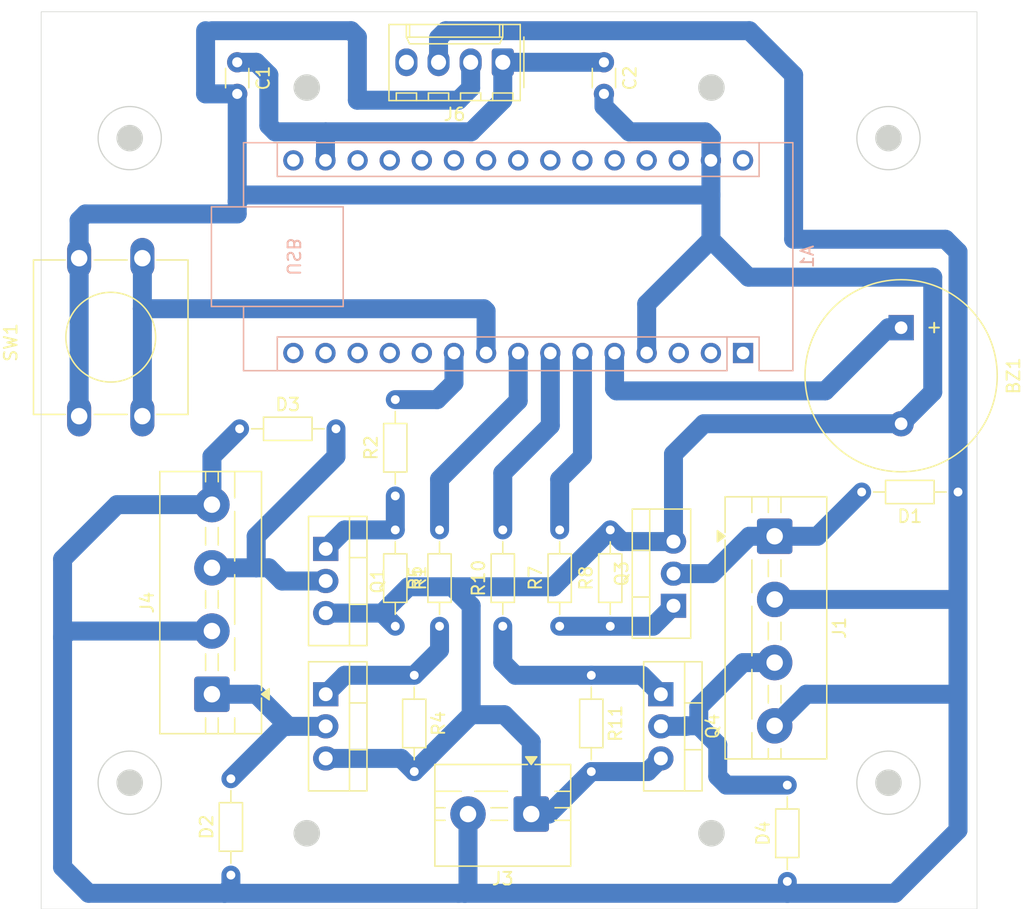
<source format=kicad_pcb>
(kicad_pcb (version 20241229) (generator "pcbnew") (generator_version "9.0")
  (layers (0 "F.Cu" signal) (2 "B.Cu" signal) (13 "F.Paste" user) (15 "B.Paste" user) (5 "F.SilkS" user "F.Silkscreen") (7 "B.SilkS" user "B.Silkscreen") (1 "F.Mask" user) (3 "B.Mask" user) (25 "Edge.Cuts" user))
  (net 0 "")
  (net 7 "Net-(A1-D6)")
  (net 11 "Net-(A1-D4)")
  (net 13 "Net-(A1-D7)")
  (net 19 "Net-(A1-D5)")
  (net 21 "/GND")
  (net 24 "Net-(A1-D2)")
  (net 26 "/+3.3V")
  (net 29 "Net-(A1-D3)")
  (net 30 "/+48V")
  (net 31 "Net-(D2-A)")
  (net 32 "Net-(D3-A)")
  (net 33 "Net-(Q1-G)")
  (net 34 "Net-(Q2-G)")
  (net 35 "Net-(Q3-G)")
  (net 36 "Net-(Q4-G)")
  (net 37 "Net-(D1-A)")
  (net 38 "Net-(D4-A)")
  (footprint "Resistor_THT:R_Axial_DIN0204_L3.6mm_D1.6mm_P7.62mm_Horizontal" (layer "F.Cu") (at 54 72.5 -90)
    (property "Reference" "R4" (at 3.81 -1.92 90) (layer "F.SilkS"))
    (property "Value" "10K")
    (fp_line (start 0.94 0) (end 1.89 0) (stroke (width 0.12)) (layer "F.SilkS"))
    (fp_line (start 6.68 0) (end 5.73 0) (stroke (width 0.12)) (layer "F.SilkS"))
    (fp_rect (start 1.89 -0.92) (end 5.73 0.92) (stroke (width 0.12)) (fill no) (layer "F.SilkS"))
    (pad "1" thru_hole circle (at 0 0 270) (size 1.4 1.4) (drill 0.7) (layers "*.Cu" "*.Mask") (net 34 "Net-(Q2-G)"))
    (pad "2" thru_hole circle (at 7.62 0 270) (size 1.4 1.4) (drill 0.7) (layers "*.Cu" "*.Mask") (net 21 "/GND"))
  )
  (footprint "TerminalBlock:TerminalBlock_MaiXu_MX126-5.0-04P_1x04_P5.00mm" (layer "F.Cu") (at 38 74 90)
    (property "Reference" "J4" (at 7.25 -5.12 90) (layer "F.SilkS"))
    (property "Value" "Conn_01x04")
    (fp_line (start 17.62 -4.12) (end 17.62 3.92) (stroke (width 0.12)) (layer "F.SilkS"))
    (fp_line (start -3.12 -4.12) (end 17.62 -4.12) (stroke (width 0.12)) (layer "F.SilkS"))
    (fp_line (start 16.812 -0.5) (end 17.62 -0.5) (stroke (width 0.12)) (layer "F.SilkS"))
    (fp_line (start 11.812 -0.5) (end 13.188 -0.5) (stroke (width 0.12)) (layer "F.SilkS"))
    (fp_line (start 6.812 -0.5) (end 8.188 -0.5) (stroke (width 0.12)) (layer "F.SilkS"))
    (fp_line (start 1.88 -0.5) (end 3.188 -0.5) (stroke (width 0.12)) (layer "F.SilkS"))
    (fp_line (start -3.12 -0.5) (end -1.88 -0.5) (stroke (width 0.12)) (layer "F.SilkS"))
    (fp_line (start 16.812 0.5) (end 17.62 0.5) (stroke (width 0.12)) (layer "F.SilkS"))
    (fp_line (start 11.812 0.5) (end 13.188 0.5) (stroke (width 0.12)) (layer "F.SilkS"))
    (fp_line (start 6.812 0.5) (end 8.188 0.5) (stroke (width 0.12)) (layer "F.SilkS"))
    (fp_line (start 1.88 0.5) (end 3.188 0.5) (stroke (width 0.12)) (layer "F.SilkS"))
    (fp_line (start -3.12 0.5) (end -1.88 0.5) (stroke (width 0.12)) (layer "F.SilkS"))
    (fp_line (start 15.543 1.8) (end 17.62 1.8) (stroke (width 0.12)) (layer "F.SilkS"))
    (fp_line (start 10.543 1.8) (end 14.457 1.8) (stroke (width 0.12)) (layer "F.SilkS"))
    (fp_line (start 5.543 1.8) (end 9.457 1.8) (stroke (width 0.12)) (layer "F.SilkS"))
    (fp_line (start 1.88 1.8) (end 4.457 1.8) (stroke (width 0.12)) (layer "F.SilkS"))
    (fp_line (start -3.12 1.8) (end -1.88 1.8) (stroke (width 0.12)) (layer "F.SilkS"))
    (fp_line (start 17.62 3.92) (end 0.3 3.92) (stroke (width 0.12)) (layer "F.SilkS"))
    (fp_line (start -0.3 3.92) (end -3.12 3.92) (stroke (width 0.12)) (layer "F.SilkS"))
    (fp_line (start -3.12 3.92) (end -3.12 -4.12) (stroke (width 0.12)) (layer "F.SilkS"))
    (fp_poly (pts (xy 0 3.92) (xy 0.44 4.53) (xy -0.44 4.53)) (stroke (width 0.12)) (fill yes) (layer "F.SilkS"))
    (pad "1" thru_hole roundrect (at 0 0 90) (size 2.8 2.8) (drill 1.3) (layers "*.Cu" "*.Mask") (roundrect_rratio 0.089286) (net 31 "Net-(D2-A)"))
    (pad "2" thru_hole circle (at 5 0 90) (size 2.8 2.8) (drill 1.3) (layers "*.Cu" "*.Mask") (net 30 "/+48V"))
    (pad "3" thru_hole circle (at 10 0 90) (size 2.8 2.8) (drill 1.3) (layers "*.Cu" "*.Mask") (net 32 "Net-(D3-A)"))
    (pad "4" thru_hole circle (at 15 0 90) (size 2.8 2.8) (drill 1.3) (layers "*.Cu" "*.Mask") (net 30 "/+48V"))
  )
  (footprint "Resistor_THT:R_Axial_DIN0204_L3.6mm_D1.6mm_P7.62mm_Horizontal" (layer "F.Cu") (at 97 58 180)
    (property "Reference" "D1" (at 3.81 -1.92 0) (layer "F.SilkS"))
    (property "Value" "D")
    (fp_line (start 6.68 0) (end 5.73 0) (stroke (width 0.12)) (layer "F.SilkS"))
    (fp_line (start 0.94 0) (end 1.89 0) (stroke (width 0.12)) (layer "F.SilkS"))
    (fp_rect (start 1.89 -0.92) (end 5.73 0.92) (stroke (width 0.12)) (fill no) (layer "F.SilkS"))
    (pad "1" thru_hole circle (at 0 0 180) (size 1.4 1.4) (drill 0.7) (layers "*.Cu" "*.Mask") (net 30 "/+48V"))
    (pad "2" thru_hole circle (at 7.62 0 180) (size 1.4 1.4) (drill 0.7) (layers "*.Cu" "*.Mask") (net 37 "Net-(D1-A)"))
  )
  (footprint "Resistor_THT:R_Axial_DIN0204_L3.6mm_D1.6mm_P7.62mm_Horizontal" (layer "F.Cu") (at 56 68.62 90)
    (property "Reference" "R5" (at 3.81 -1.92 90) (layer "F.SilkS"))
    (property "Value" "100ohm")
    (fp_line (start 6.68 0) (end 5.73 0) (stroke (width 0.12)) (layer "F.SilkS"))
    (fp_line (start 0.94 0) (end 1.89 0) (stroke (width 0.12)) (layer "F.SilkS"))
    (fp_rect (start 1.89 -0.92) (end 5.73 0.92) (stroke (width 0.12)) (fill no) (layer "F.SilkS"))
    (pad "1" thru_hole circle (at 0 0 90) (size 1.4 1.4) (drill 0.7) (layers "*.Cu" "*.Mask") (net 34 "Net-(Q2-G)"))
    (pad "2" thru_hole circle (at 7.62 0 90) (size 1.4 1.4) (drill 0.7) (layers "*.Cu" "*.Mask") (net 19 "Net-(A1-D5)"))
  )
  (footprint "Connector_Molex:Molex_KK-254_AE-6410-04A_1x04_P2.54mm_Vertical" (layer "F.Cu") (at 61 24 180)
    (property "Reference" "J6" (at 3.81 -4.12 0) (layer "F.SilkS"))
    (property "Value" "Conn_01x04")
    (fp_line (start 9 2.99) (end 9 -3.03) (stroke (width 0.12)) (layer "F.SilkS"))
    (fp_line (start 9 -3.03) (end -1.38 -3.03) (stroke (width 0.12)) (layer "F.SilkS"))
    (fp_line (start 8.42 -2.43) (end 8.42 -3.03) (stroke (width 0.12)) (layer "F.SilkS"))
    (fp_line (start 7.62 1.99) (end 7.62 2.99) (stroke (width 0.12)) (layer "F.SilkS"))
    (fp_line (start 7.37 2.99) (end 7.37 1.99) (stroke (width 0.12)) (layer "F.SilkS"))
    (fp_line (start 7.37 1.46) (end 7.62 1.99) (stroke (width 0.12)) (layer "F.SilkS"))
    (fp_line (start 6.82 -2.43) (end 8.42 -2.43) (stroke (width 0.12)) (layer "F.SilkS"))
    (fp_line (start 6.82 -3.03) (end 6.82 -2.43) (stroke (width 0.12)) (layer "F.SilkS"))
    (fp_line (start 5.88 -2.43) (end 5.88 -3.03) (stroke (width 0.12)) (layer "F.SilkS"))
    (fp_line (start 4.28 -2.43) (end 5.88 -2.43) (stroke (width 0.12)) (layer "F.SilkS"))
    (fp_line (start 4.28 -3.03) (end 4.28 -2.43) (stroke (width 0.12)) (layer "F.SilkS"))
    (fp_line (start 3.34 -2.43) (end 3.34 -3.03) (stroke (width 0.12)) (layer "F.SilkS"))
    (fp_line (start 1.74 -2.43) (end 3.34 -2.43) (stroke (width 0.12)) (layer "F.SilkS"))
    (fp_line (start 1.74 -3.03) (end 1.74 -2.43) (stroke (width 0.12)) (layer "F.SilkS"))
    (fp_line (start 0.8 -2.43) (end 0.8 -3.03) (stroke (width 0.12)) (layer "F.SilkS"))
    (fp_line (start 0.25 2.99) (end 0.25 1.99) (stroke (width 0.12)) (layer "F.SilkS"))
    (fp_line (start 0.25 1.46) (end 7.37 1.46) (stroke (width 0.12)) (layer "F.SilkS"))
    (fp_line (start 0 2.99) (end 0 1.99) (stroke (width 0.12)) (layer "F.SilkS"))
    (fp_line (start 0 1.99) (end 7.62 1.99) (stroke (width 0.12)) (layer "F.SilkS"))
    (fp_line (start 0 1.99) (end 0.25 1.46) (stroke (width 0.12)) (layer "F.SilkS"))
    (fp_line (start -0.8 -2.43) (end 0.8 -2.43) (stroke (width 0.12)) (layer "F.SilkS"))
    (fp_line (start -0.8 -3.03) (end -0.8 -2.43) (stroke (width 0.12)) (layer "F.SilkS"))
    (fp_line (start -1.38 2.99) (end 9 2.99) (stroke (width 0.12)) (layer "F.SilkS"))
    (fp_line (start -1.38 -3.03) (end -1.38 2.99) (stroke (width 0.12)) (layer "F.SilkS"))
    (fp_line (start -1.67 -2) (end -1.67 2) (stroke (width 0.12)) (layer "F.SilkS"))
    (pad "1" thru_hole roundrect (at 0 0 180) (size 1.74 2.19) (drill 1.19) (layers "*.Cu" "*.Mask") (roundrect_rratio 0.143678) (net 26 "/+3.3V"))
    (pad "2" thru_hole oval (at 2.54 0 180) (size 1.74 2.19) (drill 1.19) (layers "*.Cu" "*.Mask") (net 21 "/GND"))
    (pad "3" thru_hole oval (at 5.08 0 180) (size 1.74 2.19) (drill 1.19) (layers "*.Cu" "*.Mask") (net 30 "/+48V"))
    (pad "4" thru_hole oval (at 7.62 0 180) (size 1.74 2.19) (drill 1.19) (layers "*.Cu" "*.Mask"))
  )
  (footprint "Package_TO_SOT_THT:TO-220-3_Vertical" (layer "F.Cu") (at 47 74 -90)
    (property "Reference" "Q2" (hide yes))
    (property "Value" "IRLB8721PBF")
    (fp_line (start -2.57 1.36) (end -2.57 -3.26) (stroke (width 0.12)) (layer "F.SilkS"))
    (fp_line (start 7.65 1.36) (end -2.57 1.36) (stroke (width 0.12)) (layer "F.SilkS"))
    (fp_line (start -2.57 -1.88) (end 7.65 -1.88) (stroke (width 0.12)) (layer "F.SilkS"))
    (fp_line (start -2.57 -3.26) (end 7.65 -3.26) (stroke (width 0.12)) (layer "F.SilkS"))
    (fp_line (start 0.69 -3.26) (end 0.69 -1.88) (stroke (width 0.12)) (layer "F.SilkS"))
    (fp_line (start 4.39 -3.26) (end 4.39 -1.88) (stroke (width 0.12)) (layer "F.SilkS"))
    (fp_line (start 7.65 -3.26) (end 7.65 1.36) (stroke (width 0.12)) (layer "F.SilkS"))
    (pad "1" thru_hole rect (at 0 0 270) (size 1.905 2) (drill 1.1) (layers "*.Cu" "*.Mask") (net 34 "Net-(Q2-G)"))
    (pad "2" thru_hole oval (at 2.54 0 270) (size 1.905 2) (drill 1.1) (layers "*.Cu" "*.Mask") (net 31 "Net-(D2-A)"))
    (pad "3" thru_hole oval (at 5.08 0 270) (size 1.905 2) (drill 1.1) (layers "*.Cu" "*.Mask") (net 21 "/GND"))
  )
  (footprint "Resistor_THT:R_Axial_DIN0204_L3.6mm_D1.6mm_P7.62mm_Horizontal" (layer "F.Cu") (at 83.5 88.81 90)
    (property "Reference" "D4" (at 3.81 -1.92 90) (layer "F.SilkS"))
    (property "Value" "D")
    (fp_line (start 6.68 0) (end 5.73 0) (stroke (width 0.12)) (layer "F.SilkS"))
    (fp_line (start 0.94 0) (end 1.89 0) (stroke (width 0.12)) (layer "F.SilkS"))
    (fp_rect (start 1.89 -0.92) (end 5.73 0.92) (stroke (width 0.12)) (fill no) (layer "F.SilkS"))
    (pad "1" thru_hole circle (at 0 0 90) (size 1.4 1.4) (drill 0.7) (layers "*.Cu" "*.Mask") (net 30 "/+48V"))
    (pad "2" thru_hole circle (at 7.62 0 90) (size 1.4 1.4) (drill 0.7) (layers "*.Cu" "*.Mask") (net 38 "Net-(D4-A)"))
  )
  (footprint "TerminalBlock:TerminalBlock_MaiXu_MX126-5.0-02P_1x02_P5.00mm" (layer "F.Cu") (at 63.25 83.48 180)
    (property "Reference" "J3" (at 2.25 -5.12 180) (layer "F.SilkS"))
    (property "Value" "Conn_01x02")
    (fp_line (start 7.62 3.92) (end 0.3 3.92) (stroke (width 0.12)) (layer "F.SilkS"))
    (fp_line (start 7.62 -4.12) (end 7.62 3.92) (stroke (width 0.12)) (layer "F.SilkS"))
    (fp_line (start 6.812 0.5) (end 7.62 0.5) (stroke (width 0.12)) (layer "F.SilkS"))
    (fp_line (start 6.812 -0.5) (end 7.62 -0.5) (stroke (width 0.12)) (layer "F.SilkS"))
    (fp_line (start 5.543 1.8) (end 7.62 1.8) (stroke (width 0.12)) (layer "F.SilkS"))
    (fp_line (start 1.88 1.8) (end 4.457 1.8) (stroke (width 0.12)) (layer "F.SilkS"))
    (fp_line (start 1.88 0.5) (end 3.188 0.5) (stroke (width 0.12)) (layer "F.SilkS"))
    (fp_line (start 1.88 -0.5) (end 3.188 -0.5) (stroke (width 0.12)) (layer "F.SilkS"))
    (fp_line (start -0.3 3.92) (end -3.12 3.92) (stroke (width 0.12)) (layer "F.SilkS"))
    (fp_line (start -3.12 3.92) (end -3.12 -4.12) (stroke (width 0.12)) (layer "F.SilkS"))
    (fp_line (start -3.12 1.8) (end -1.88 1.8) (stroke (width 0.12)) (layer "F.SilkS"))
    (fp_line (start -3.12 0.5) (end -1.88 0.5) (stroke (width 0.12)) (layer "F.SilkS"))
    (fp_line (start -3.12 -0.5) (end -1.88 -0.5) (stroke (width 0.12)) (layer "F.SilkS"))
    (fp_line (start -3.12 -4.12) (end 7.62 -4.12) (stroke (width 0.12)) (layer "F.SilkS"))
    (fp_poly (pts (xy 0 3.92) (xy 0.44 4.53) (xy -0.44 4.53)) (stroke (width 0.12)) (fill yes) (layer "F.SilkS"))
    (pad "1" thru_hole roundrect (at 0 0 180) (size 2.8 2.8) (drill 1.3) (layers "*.Cu" "*.Mask") (roundrect_rratio 0.089286) (net 21 "/GND"))
    (pad "2" thru_hole circle (at 5 0 180) (size 2.8 2.8) (drill 1.3) (layers "*.Cu" "*.Mask") (net 30 "/+48V"))
  )
  (footprint "Resistor_THT:R_Axial_DIN0204_L3.6mm_D1.6mm_P7.62mm_Horizontal" (layer "F.Cu") (at 65.5 68.62 90)
    (property "Reference" "R7" (at 3.81 -1.92 90) (layer "F.SilkS"))
    (property "Value" "100ohm")
    (fp_line (start 6.68 0) (end 5.73 0) (stroke (width 0.12)) (layer "F.SilkS"))
    (fp_line (start 0.94 0) (end 1.89 0) (stroke (width 0.12)) (layer "F.SilkS"))
    (fp_rect (start 1.89 -0.92) (end 5.73 0.92) (stroke (width 0.12)) (fill no) (layer "F.SilkS"))
    (pad "1" thru_hole circle (at 0 0 90) (size 1.4 1.4) (drill 0.7) (layers "*.Cu" "*.Mask") (net 35 "Net-(Q3-G)"))
    (pad "2" thru_hole circle (at 7.62 0 90) (size 1.4 1.4) (drill 0.7) (layers "*.Cu" "*.Mask") (net 29 "Net-(A1-D3)"))
  )
  (footprint "Resistor_THT:R_Axial_DIN0204_L3.6mm_D1.6mm_P7.62mm_Horizontal" (layer "F.Cu") (at 52.5 58.31 90)
    (property "Reference" "R2" (at 3.81 -1.92 90) (layer "F.SilkS"))
    (property "Value" "100ohm")
    (fp_line (start 6.68 0) (end 5.73 0) (stroke (width 0.12)) (layer "F.SilkS"))
    (fp_line (start 0.94 0) (end 1.89 0) (stroke (width 0.12)) (layer "F.SilkS"))
    (fp_rect (start 1.89 -0.92) (end 5.73 0.92) (stroke (width 0.12)) (fill no) (layer "F.SilkS"))
    (pad "1" thru_hole circle (at 0 0 90) (size 1.4 1.4) (drill 0.7) (layers "*.Cu" "*.Mask") (net 33 "Net-(Q1-G)"))
    (pad "2" thru_hole circle (at 7.62 0 90) (size 1.4 1.4) (drill 0.7) (layers "*.Cu" "*.Mask") (net 13 "Net-(A1-D7)"))
  )
  (footprint "Capacitor_THT:C_Disc_D3.0mm_W1.6mm_P2.50mm" (layer "F.Cu") (at 40 24 -90)
    (property "Reference" "C1" (at 1.25 -2.05 90) (layer "F.SilkS"))
    (property "Value" "100nF")
    (fp_line (start 2.015 0.92) (end 0.485 0.92) (stroke (width 0.12)) (layer "F.SilkS"))
    (fp_line (start 0.485 -0.92) (end 2.015 -0.92) (stroke (width 0.12)) (layer "F.SilkS"))
    (pad "1" thru_hole circle (at 0 0 270) (size 1.6 1.6) (drill 0.8) (layers "*.Cu" "*.Mask") (net 26 "/+3.3V"))
    (pad "2" thru_hole circle (at 2.5 0 270) (size 1.6 1.6) (drill 0.8) (layers "*.Cu" "*.Mask") (net 21 "/GND"))
  )
  (footprint "Package_TO_SOT_THT:TO-220-3_Vertical" (layer "F.Cu") (at 73.5 74 -90)
    (property "Reference" "Q4" (at 2.54 -4.1 90) (layer "F.SilkS"))
    (property "Value" "IRLB8721PBF")
    (fp_line (start -2.57 1.36) (end -2.57 -3.26) (stroke (width 0.12)) (layer "F.SilkS"))
    (fp_line (start 7.65 1.36) (end -2.57 1.36) (stroke (width 0.12)) (layer "F.SilkS"))
    (fp_line (start -2.57 -1.88) (end 7.65 -1.88) (stroke (width 0.12)) (layer "F.SilkS"))
    (fp_line (start -2.57 -3.26) (end 7.65 -3.26) (stroke (width 0.12)) (layer "F.SilkS"))
    (fp_line (start 0.69 -3.26) (end 0.69 -1.88) (stroke (width 0.12)) (layer "F.SilkS"))
    (fp_line (start 4.39 -3.26) (end 4.39 -1.88) (stroke (width 0.12)) (layer "F.SilkS"))
    (fp_line (start 7.65 -3.26) (end 7.65 1.36) (stroke (width 0.12)) (layer "F.SilkS"))
    (pad "1" thru_hole rect (at 0 0 270) (size 1.905 2) (drill 1.1) (layers "*.Cu" "*.Mask") (net 36 "Net-(Q4-G)"))
    (pad "2" thru_hole oval (at 2.54 0 270) (size 1.905 2) (drill 1.1) (layers "*.Cu" "*.Mask") (net 38 "Net-(D4-A)"))
    (pad "3" thru_hole oval (at 5.08 0 270) (size 1.905 2) (drill 1.1) (layers "*.Cu" "*.Mask") (net 21 "/GND"))
  )
  (footprint "Button_Switch_THT:SW_PUSH-12mm" (layer "F.Cu") (at 27.5 52 90)
    (property "Reference" "SW1" (at 5.83 -5.41 90) (layer "F.SilkS"))
    (property "Value" "SW_Push")
    (fp_line (start 12.36 -3.61) (end 12.36 -1.1) (stroke (width 0.12)) (layer "F.SilkS"))
    (fp_line (start 0.14 -3.61) (end 12.36 -3.61) (stroke (width 0.12)) (layer "F.SilkS"))
    (fp_line (start 0.14 -3.61) (end 0.14 -1.1) (stroke (width 0.12)) (layer "F.SilkS"))
    (fp_line (start 12.36 1.2) (end 12.36 3.8) (stroke (width 0.12)) (layer "F.SilkS"))
    (fp_line (start 0.14 1.2) (end 0.14 3.8) (stroke (width 0.12)) (layer "F.SilkS"))
    (fp_line (start 12.36 6.1) (end 12.36 8.61) (stroke (width 0.12)) (layer "F.SilkS"))
    (fp_line (start 0.14 6.1) (end 0.14 8.61) (stroke (width 0.12)) (layer "F.SilkS"))
    (fp_line (start 12.36 8.61) (end 0.14 8.61) (stroke (width 0.12)) (layer "F.SilkS"))
    (fp_circle (center 6.25 2.5) (end 9.8 2.5) (stroke (width 0.12)) (fill no) (layer "F.SilkS"))
    (pad "1" thru_hole oval (at 0 0 90) (size 3.2 1.9) (drill 1.3) (layers "*.Cu" "*.Mask") (net 21 "/GND"))
    (pad "1" thru_hole oval (at 12.5 0 90) (size 3.2 1.9) (drill 1.3) (layers "*.Cu" "*.Mask") (net 21 "/GND"))
    (pad "2" thru_hole oval (at 0 5 90) (size 3.2 1.9) (drill 1.3) (layers "*.Cu" "*.Mask") (net 7 "Net-(A1-D6)"))
    (pad "2" thru_hole oval (at 12.5 5 90) (size 3.2 1.9) (drill 1.3) (layers "*.Cu" "*.Mask") (net 7 "Net-(A1-D6)"))
  )
  (footprint "Resistor_THT:R_Axial_DIN0204_L3.6mm_D1.6mm_P7.62mm_Horizontal" (layer "F.Cu") (at 52.5 61 -90)
    (property "Reference" "R1" (at 3.81 -1.92 90) (layer "F.SilkS"))
    (property "Value" "10K")
    (fp_line (start 0.94 0) (end 1.89 0) (stroke (width 0.12)) (layer "F.SilkS"))
    (fp_line (start 6.68 0) (end 5.73 0) (stroke (width 0.12)) (layer "F.SilkS"))
    (fp_rect (start 1.89 -0.92) (end 5.73 0.92) (stroke (width 0.12)) (fill no) (layer "F.SilkS"))
    (pad "1" thru_hole circle (at 0 0 270) (size 1.4 1.4) (drill 0.7) (layers "*.Cu" "*.Mask") (net 33 "Net-(Q1-G)"))
    (pad "2" thru_hole circle (at 7.62 0 270) (size 1.4 1.4) (drill 0.7) (layers "*.Cu" "*.Mask") (net 21 "/GND"))
  )
  (footprint "Resistor_THT:R_Axial_DIN0204_L3.6mm_D1.6mm_P7.62mm_Horizontal" (layer "F.Cu") (at 68 72.5 -90)
    (property "Reference" "R11" (at 3.81 -1.92 90) (layer "F.SilkS"))
    (property "Value" "10K")
    (fp_line (start 0.94 0) (end 1.89 0) (stroke (width 0.12)) (layer "F.SilkS"))
    (fp_line (start 6.68 0) (end 5.73 0) (stroke (width 0.12)) (layer "F.SilkS"))
    (fp_rect (start 1.89 -0.92) (end 5.73 0.92) (stroke (width 0.12)) (fill no) (layer "F.SilkS"))
    (pad "1" thru_hole circle (at 0 0 270) (size 1.4 1.4) (drill 0.7) (layers "*.Cu" "*.Mask") (net 36 "Net-(Q4-G)"))
    (pad "2" thru_hole circle (at 7.62 0 270) (size 1.4 1.4) (drill 0.7) (layers "*.Cu" "*.Mask") (net 21 "/GND"))
  )
  (footprint "Buzzer_Beeper:Buzzer_15x7.5RM7.6" (layer "F.Cu") (at 92.5 45 -90)
    (property "Reference" "BZ1" (at 3.81 -8.89 90) (layer "F.SilkS"))
    (property "Value" "Buzzer")
    (fp_circle (center 3.8 0) (end 11.4 0) (stroke (width 0.12)) (fill no) (layer "F.SilkS"))
    (fp_text user "+" (at -0.01 -2.54 90) (layer "F.SilkS"))
    (pad "1" thru_hole rect (at 0 0 270) (size 2 2) (drill 1) (layers "*.Cu" "*.Mask") (net 24 "Net-(A1-D2)"))
    (pad "2" thru_hole circle (at 7.6 0 270) (size 2 2) (drill 1) (layers "*.Cu" "*.Mask") (net 21 "/GND"))
  )
  (footprint "Capacitor_THT:C_Disc_D3.0mm_W1.6mm_P2.50mm" (layer "F.Cu") (at 69 24 -90)
    (property "Reference" "C2" (at 1.25 -2.05 90) (layer "F.SilkS"))
    (property "Value" "C_Polarized")
    (fp_line (start 2.015 0.92) (end 0.485 0.92) (stroke (width 0.12)) (layer "F.SilkS"))
    (fp_line (start 0.485 -0.92) (end 2.015 -0.92) (stroke (width 0.12)) (layer "F.SilkS"))
    (pad "1" thru_hole circle (at 0 0 270) (size 1.6 1.6) (drill 0.8) (layers "*.Cu" "*.Mask") (net 26 "/+3.3V"))
    (pad "2" thru_hole circle (at 2.5 0 270) (size 1.6 1.6) (drill 0.8) (layers "*.Cu" "*.Mask") (net 21 "/GND"))
  )
  (footprint "Package_TO_SOT_THT:TO-220-3_Vertical" (layer "F.Cu") (at 47 62.5 -90)
    (property "Reference" "Q1" (at 2.54 -4.1 90) (layer "F.SilkS"))
    (property "Value" "IRLB8721PBF")
    (fp_line (start -2.57 1.36) (end -2.57 -3.26) (stroke (width 0.12)) (layer "F.SilkS"))
    (fp_line (start 7.65 1.36) (end -2.57 1.36) (stroke (width 0.12)) (layer "F.SilkS"))
    (fp_line (start -2.57 -1.88) (end 7.65 -1.88) (stroke (width 0.12)) (layer "F.SilkS"))
    (fp_line (start -2.57 -3.26) (end 7.65 -3.26) (stroke (width 0.12)) (layer "F.SilkS"))
    (fp_line (start 0.69 -3.26) (end 0.69 -1.88) (stroke (width 0.12)) (layer "F.SilkS"))
    (fp_line (start 4.39 -3.26) (end 4.39 -1.88) (stroke (width 0.12)) (layer "F.SilkS"))
    (fp_line (start 7.65 -3.26) (end 7.65 1.36) (stroke (width 0.12)) (layer "F.SilkS"))
    (pad "1" thru_hole rect (at 0 0 270) (size 1.905 2) (drill 1.1) (layers "*.Cu" "*.Mask") (net 33 "Net-(Q1-G)"))
    (pad "2" thru_hole oval (at 2.54 0 270) (size 1.905 2) (drill 1.1) (layers "*.Cu" "*.Mask") (net 32 "Net-(D3-A)"))
    (pad "3" thru_hole oval (at 5.08 0 270) (size 1.905 2) (drill 1.1) (layers "*.Cu" "*.Mask") (net 21 "/GND"))
  )
  (footprint "Resistor_THT:R_Axial_DIN0204_L3.6mm_D1.6mm_P7.62mm_Horizontal" (layer "F.Cu") (at 39.5 88.31 90)
    (property "Reference" "D2" (at 3.81 -1.92 90) (layer "F.SilkS"))
    (property "Value" "D")
    (fp_line (start 6.68 0) (end 5.73 0) (stroke (width 0.12)) (layer "F.SilkS"))
    (fp_line (start 0.94 0) (end 1.89 0) (stroke (width 0.12)) (layer "F.SilkS"))
    (fp_rect (start 1.89 -0.92) (end 5.73 0.92) (stroke (width 0.12)) (fill no) (layer "F.SilkS"))
    (pad "1" thru_hole circle (at 0 0 90) (size 1.4 1.4) (drill 0.7) (layers "*.Cu" "*.Mask") (net 30 "/+48V"))
    (pad "2" thru_hole circle (at 7.62 0 90) (size 1.4 1.4) (drill 0.7) (layers "*.Cu" "*.Mask") (net 31 "Net-(D2-A)"))
  )
  (footprint "Resistor_THT:R_Axial_DIN0204_L3.6mm_D1.6mm_P7.62mm_Horizontal" (layer "F.Cu") (at 69.5 68.62 90)
    (property "Reference" "R8" (at 3.81 -1.92 90) (layer "F.SilkS"))
    (property "Value" "10K")
    (fp_line (start 6.68 0) (end 5.73 0) (stroke (width 0.12)) (layer "F.SilkS"))
    (fp_line (start 0.94 0) (end 1.89 0) (stroke (width 0.12)) (layer "F.SilkS"))
    (fp_rect (start 1.89 -0.92) (end 5.73 0.92) (stroke (width 0.12)) (fill no) (layer "F.SilkS"))
    (pad "1" thru_hole circle (at 0 0 90) (size 1.4 1.4) (drill 0.7) (layers "*.Cu" "*.Mask") (net 35 "Net-(Q3-G)"))
    (pad "2" thru_hole circle (at 7.62 0 90) (size 1.4 1.4) (drill 0.7) (layers "*.Cu" "*.Mask") (net 21 "/GND"))
  )
  (footprint "Package_TO_SOT_THT:TO-220-3_Vertical" (layer "F.Cu") (at 74.5 67 90)
    (property "Reference" "Q3" (at 2.54 -4.1 90) (layer "F.SilkS"))
    (property "Value" "IRLB8721PBF")
    (fp_line (start 7.65 -3.26) (end 7.65 1.36) (stroke (width 0.12)) (layer "F.SilkS"))
    (fp_line (start 4.39 -3.26) (end 4.39 -1.88) (stroke (width 0.12)) (layer "F.SilkS"))
    (fp_line (start 0.69 -3.26) (end 0.69 -1.88) (stroke (width 0.12)) (layer "F.SilkS"))
    (fp_line (start -2.57 -3.26) (end 7.65 -3.26) (stroke (width 0.12)) (layer "F.SilkS"))
    (fp_line (start -2.57 -1.88) (end 7.65 -1.88) (stroke (width 0.12)) (layer "F.SilkS"))
    (fp_line (start 7.65 1.36) (end -2.57 1.36) (stroke (width 0.12)) (layer "F.SilkS"))
    (fp_line (start -2.57 1.36) (end -2.57 -3.26) (stroke (width 0.12)) (layer "F.SilkS"))
    (pad "1" thru_hole rect (at 0 0 90) (size 1.905 2) (drill 1.1) (layers "*.Cu" "*.Mask") (net 35 "Net-(Q3-G)"))
    (pad "2" thru_hole oval (at 2.54 0 90) (size 1.905 2) (drill 1.1) (layers "*.Cu" "*.Mask") (net 37 "Net-(D1-A)"))
    (pad "3" thru_hole oval (at 5.08 0 90) (size 1.905 2) (drill 1.1) (layers "*.Cu" "*.Mask") (net 21 "/GND"))
  )
  (footprint "Resistor_THT:R_Axial_DIN0204_L3.6mm_D1.6mm_P7.62mm_Horizontal" (layer "F.Cu") (at 61 68.62 90)
    (property "Reference" "R10" (at 3.81 -1.92 90) (layer "F.SilkS"))
    (property "Value" "100ohm")
    (fp_line (start 6.68 0) (end 5.73 0) (stroke (width 0.12)) (layer "F.SilkS"))
    (fp_line (start 0.94 0) (end 1.89 0) (stroke (width 0.12)) (layer "F.SilkS"))
    (fp_rect (start 1.89 -0.92) (end 5.73 0.92) (stroke (width 0.12)) (fill no) (layer "F.SilkS"))
    (pad "1" thru_hole circle (at 0 0 90) (size 1.4 1.4) (drill 0.7) (layers "*.Cu" "*.Mask") (net 36 "Net-(Q4-G)"))
    (pad "2" thru_hole circle (at 7.62 0 90) (size 1.4 1.4) (drill 0.7) (layers "*.Cu" "*.Mask") (net 11 "Net-(A1-D4)"))
  )
  (footprint "TerminalBlock:TerminalBlock_MaiXu_MX126-5.0-04P_1x04_P5.00mm" (layer "F.Cu") (at 82.5 61.5 -90)
    (property "Reference" "J1" (at 7.25 -5.12 90) (layer "F.SilkS"))
    (property "Value" "Conn_01x04")
    (fp_line (start -3.12 3.92) (end -3.12 -4.12) (stroke (width 0.12)) (layer "F.SilkS"))
    (fp_line (start -0.3 3.92) (end -3.12 3.92) (stroke (width 0.12)) (layer "F.SilkS"))
    (fp_line (start 17.62 3.92) (end 0.3 3.92) (stroke (width 0.12)) (layer "F.SilkS"))
    (fp_line (start -3.12 1.8) (end -1.88 1.8) (stroke (width 0.12)) (layer "F.SilkS"))
    (fp_line (start 1.88 1.8) (end 4.457 1.8) (stroke (width 0.12)) (layer "F.SilkS"))
    (fp_line (start 5.543 1.8) (end 9.457 1.8) (stroke (width 0.12)) (layer "F.SilkS"))
    (fp_line (start 10.543 1.8) (end 14.457 1.8) (stroke (width 0.12)) (layer "F.SilkS"))
    (fp_line (start 15.543 1.8) (end 17.62 1.8) (stroke (width 0.12)) (layer "F.SilkS"))
    (fp_line (start -3.12 0.5) (end -1.88 0.5) (stroke (width 0.12)) (layer "F.SilkS"))
    (fp_line (start 1.88 0.5) (end 3.188 0.5) (stroke (width 0.12)) (layer "F.SilkS"))
    (fp_line (start 6.812 0.5) (end 8.188 0.5) (stroke (width 0.12)) (layer "F.SilkS"))
    (fp_line (start 11.812 0.5) (end 13.188 0.5) (stroke (width 0.12)) (layer "F.SilkS"))
    (fp_line (start 16.812 0.5) (end 17.62 0.5) (stroke (width 0.12)) (layer "F.SilkS"))
    (fp_line (start -3.12 -0.5) (end -1.88 -0.5) (stroke (width 0.12)) (layer "F.SilkS"))
    (fp_line (start 1.88 -0.5) (end 3.188 -0.5) (stroke (width 0.12)) (layer "F.SilkS"))
    (fp_line (start 6.812 -0.5) (end 8.188 -0.5) (stroke (width 0.12)) (layer "F.SilkS"))
    (fp_line (start 11.812 -0.5) (end 13.188 -0.5) (stroke (width 0.12)) (layer "F.SilkS"))
    (fp_line (start 16.812 -0.5) (end 17.62 -0.5) (stroke (width 0.12)) (layer "F.SilkS"))
    (fp_line (start -3.12 -4.12) (end 17.62 -4.12) (stroke (width 0.12)) (layer "F.SilkS"))
    (fp_line (start 17.62 -4.12) (end 17.62 3.92) (stroke (width 0.12)) (layer "F.SilkS"))
    (fp_poly (pts (xy 0 3.92) (xy 0.44 4.53) (xy -0.44 4.53)) (stroke (width 0.12)) (fill yes) (layer "F.SilkS"))
    (pad "1" thru_hole roundrect (at 0 0 270) (size 2.8 2.8) (drill 1.3) (layers "*.Cu" "*.Mask") (roundrect_rratio 0.089286) (net 37 "Net-(D1-A)"))
    (pad "2" thru_hole circle (at 5 0 270) (size 2.8 2.8) (drill 1.3) (layers "*.Cu" "*.Mask") (net 30 "/+48V"))
    (pad "3" thru_hole circle (at 10 0 270) (size 2.8 2.8) (drill 1.3) (layers "*.Cu" "*.Mask") (net 38 "Net-(D4-A)"))
    (pad "4" thru_hole circle (at 15 0 270) (size 2.8 2.8) (drill 1.3) (layers "*.Cu" "*.Mask") (net 30 "/+48V"))
  )
  (footprint "Resistor_THT:R_Axial_DIN0204_L3.6mm_D1.6mm_P7.62mm_Horizontal" (layer "F.Cu") (at 40.19 53)
    (property "Reference" "D3" (at 3.81 -1.92 0) (layer "F.SilkS"))
    (property "Value" "D")
    (fp_line (start 0.94 0) (end 1.89 0) (stroke (width 0.12)) (layer "F.SilkS"))
    (fp_line (start 6.68 0) (end 5.73 0) (stroke (width 0.12)) (layer "F.SilkS"))
    (fp_rect (start 1.89 -0.92) (end 5.73 0.92) (stroke (width 0.12)) (fill no) (layer "F.SilkS"))
    (pad "1" thru_hole circle (at 0 0) (size 1.4 1.4) (drill 0.7) (layers "*.Cu" "*.Mask") (net 30 "/+48V"))
    (pad "2" thru_hole circle (at 7.62 0) (size 1.4 1.4) (drill 0.7) (layers "*.Cu" "*.Mask") (net 32 "Net-(D3-A)"))
  )
  (footprint "Module:Arduino_Nano" (layer "B.Cu") (at 80 47 90)
    (property "Reference" "A1" (at 7.62 5.08 90) (layer "B.SilkS") (effects (justify mirror)))
    (property "Value" "Arduino_Nano_v3.x")
    (fp_line (start 11.56 -42.04) (end 3.68 -42.04) (stroke (width 0.12)) (layer "B.SilkS"))
    (fp_line (start 3.68 -42.04) (end 3.68 -31.62) (stroke (width 0.12)) (layer "B.SilkS"))
    (fp_line (start 16.64 -39.5) (end 11.56 -39.5) (stroke (width 0.12)) (layer "B.SilkS"))
    (fp_line (start 16.64 -39.5) (end 16.64 3.94) (stroke (width 0.12)) (layer "B.SilkS"))
    (fp_line (start -1.4 -39.5) (end 3.68 -39.5) (stroke (width 0.12)) (layer "B.SilkS"))
    (fp_line (start 13.97 -36.83) (end 16.64 -36.83) (stroke (width 0.12)) (layer "B.SilkS"))
    (fp_line (start 1.27 -36.83) (end -1.4 -36.83) (stroke (width 0.12)) (layer "B.SilkS"))
    (fp_line (start 11.56 -31.62) (end 11.56 -42.04) (stroke (width 0.12)) (layer "B.SilkS"))
    (fp_line (start 3.68 -31.62) (end 11.56 -31.62) (stroke (width 0.12)) (layer "B.SilkS"))
    (fp_line (start 1.27 -1.27) (end 1.27 -36.83) (stroke (width 0.12)) (layer "B.SilkS"))
    (fp_line (start 1.27 -1.27) (end -1.4 -1.27) (stroke (width 0.12)) (layer "B.SilkS"))
    (fp_line (start 1.27 -1.27) (end 1.27 1.27) (stroke (width 0.12)) (layer "B.SilkS"))
    (fp_line (start -1.4 -1.27) (end -1.4 -39.5) (stroke (width 0.12)) (layer "B.SilkS"))
    (fp_line (start 13.97 1.27) (end 13.97 -36.83) (stroke (width 0.12)) (layer "B.SilkS"))
    (fp_line (start 13.97 1.27) (end 16.64 1.27) (stroke (width 0.12)) (layer "B.SilkS"))
    (fp_line (start 1.27 1.27) (end -1.4 1.27) (stroke (width 0.12)) (layer "B.SilkS"))
    (fp_line (start 16.64 3.94) (end -1.4 3.94) (stroke (width 0.12)) (layer "B.SilkS"))
    (fp_line (start -1.4 3.94) (end -1.4 1.27) (stroke (width 0.12)) (layer "B.SilkS"))
    (fp_text user "USB" (at 7.62 -35.56 270) (layer "B.SilkS") (effects (justify mirror)))
    (pad "1" thru_hole rect (at 0 0 90) (size 1.6 1.6) (drill 1) (layers "*.Cu" "*.Mask"))
    (pad "2" thru_hole oval (at 0 -2.54 90) (size 1.6 1.6) (drill 1) (layers "*.Cu" "*.Mask"))
    (pad "3" thru_hole oval (at 0 -5.08 90) (size 1.6 1.6) (drill 1) (layers "*.Cu" "*.Mask"))
    (pad "4" thru_hole oval (at 0 -7.62 90) (size 1.6 1.6) (drill 1) (layers "*.Cu" "*.Mask") (net 21 "/GND"))
    (pad "5" thru_hole oval (at 0 -10.16 90) (size 1.6 1.6) (drill 1) (layers "*.Cu" "*.Mask") (net 24 "Net-(A1-D2)"))
    (pad "6" thru_hole oval (at 0 -12.7 90) (size 1.6 1.6) (drill 1) (layers "*.Cu" "*.Mask") (net 29 "Net-(A1-D3)"))
    (pad "7" thru_hole oval (at 0 -15.24 90) (size 1.6 1.6) (drill 1) (layers "*.Cu" "*.Mask") (net 11 "Net-(A1-D4)"))
    (pad "8" thru_hole oval (at 0 -17.78 90) (size 1.6 1.6) (drill 1) (layers "*.Cu" "*.Mask") (net 19 "Net-(A1-D5)"))
    (pad "9" thru_hole oval (at 0 -20.32 90) (size 1.6 1.6) (drill 1) (layers "*.Cu" "*.Mask") (net 7 "Net-(A1-D6)"))
    (pad "10" thru_hole oval (at 0 -22.86 90) (size 1.6 1.6) (drill 1) (layers "*.Cu" "*.Mask") (net 13 "Net-(A1-D7)"))
    (pad "11" thru_hole oval (at 0 -25.4 90) (size 1.6 1.6) (drill 1) (layers "*.Cu" "*.Mask"))
    (pad "12" thru_hole oval (at 0 -27.94 90) (size 1.6 1.6) (drill 1) (layers "*.Cu" "*.Mask"))
    (pad "13" thru_hole oval (at 0 -30.48 90) (size 1.6 1.6) (drill 1) (layers "*.Cu" "*.Mask"))
    (pad "14" thru_hole oval (at 0 -33.02 90) (size 1.6 1.6) (drill 1) (layers "*.Cu" "*.Mask"))
    (pad "15" thru_hole oval (at 0 -35.56 90) (size 1.6 1.6) (drill 1) (layers "*.Cu" "*.Mask"))
    (pad "16" thru_hole oval (at 15.24 -35.56 90) (size 1.6 1.6) (drill 1) (layers "*.Cu" "*.Mask"))
    (pad "17" thru_hole oval (at 15.24 -33.02 90) (size 1.6 1.6) (drill 1) (layers "*.Cu" "*.Mask") (net 26 "/+3.3V"))
    (pad "18" thru_hole oval (at 15.24 -30.48 90) (size 1.6 1.6) (drill 1) (layers "*.Cu" "*.Mask"))
    (pad "19" thru_hole oval (at 15.24 -27.94 90) (size 1.6 1.6) (drill 1) (layers "*.Cu" "*.Mask"))
    (pad "20" thru_hole oval (at 15.24 -25.4 90) (size 1.6 1.6) (drill 1) (layers "*.Cu" "*.Mask"))
    (pad "21" thru_hole oval (at 15.24 -22.86 90) (size 1.6 1.6) (drill 1) (layers "*.Cu" "*.Mask"))
    (pad "22" thru_hole oval (at 15.24 -20.32 90) (size 1.6 1.6) (drill 1) (layers "*.Cu" "*.Mask"))
    (pad "23" thru_hole oval (at 15.24 -17.78 90) (size 1.6 1.6) (drill 1) (layers "*.Cu" "*.Mask"))
    (pad "24" thru_hole oval (at 15.24 -15.24 90) (size 1.6 1.6) (drill 1) (layers "*.Cu" "*.Mask"))
    (pad "25" thru_hole oval (at 15.24 -12.7 90) (size 1.6 1.6) (drill 1) (layers "*.Cu" "*.Mask"))
    (pad "26" thru_hole oval (at 15.24 -10.16 90) (size 1.6 1.6) (drill 1) (layers "*.Cu" "*.Mask"))
    (pad "27" thru_hole oval (at 15.24 -7.62 90) (size 1.6 1.6) (drill 1) (layers "*.Cu" "*.Mask"))
    (pad "28" thru_hole oval (at 15.24 -5.08 90) (size 1.6 1.6) (drill 1) (layers "*.Cu" "*.Mask"))
    (pad "29" thru_hole oval (at 15.24 -2.54 90) (size 1.6 1.6) (drill 1) (layers "*.Cu" "*.Mask") (net 21 "/GND"))
    (pad "30" thru_hole oval (at 15.24 0 90) (size 1.6 1.6) (drill 1) (layers "*.Cu" "*.Mask"))
  )
  (gr_circle (center 31.5 30) (end 32.5 30) (stroke (width 0.1)) (fill yes) (layer "Edge.Cuts"))
  (gr_circle (center 45.5 85) (end 46.5 85) (stroke (width 0.1)) (fill yes) (layer "Edge.Cuts"))
  (gr_circle (center 91.5 30) (end 94 30) (stroke (width 0.1)) (fill no) (layer "Edge.Cuts"))
  (gr_circle (center 77.5 85) (end 78.5 85) (stroke (width 0.1)) (fill yes) (layer "Edge.Cuts"))
  (gr_circle (center 91.5 30) (end 92.5 30) (stroke (width 0.1)) (fill yes) (layer "Edge.Cuts"))
  (gr_circle (center 77.5 26) (end 78.5 26) (stroke (width 0.1)) (fill yes) (layer "Edge.Cuts"))
  (gr_circle (center 31.5 30) (end 34 30) (stroke (width 0.1)) (fill no) (layer "Edge.Cuts"))
  (gr_rect (start 24.5 20) (end 98.5 91) (stroke (width 0.05)) (fill no) (layer "Edge.Cuts"))
  (gr_circle (center 45.5 26) (end 46.5 26) (stroke (width 0.1)) (fill yes) (layer "Edge.Cuts"))
  (gr_circle (center 31.5 81) (end 32.5 81) (stroke (width 0.1)) (fill yes) (layer "Edge.Cuts"))
  (gr_circle (center 91.5 81) (end 92.5 81) (stroke (width 0.1)) (fill yes) (layer "Edge.Cuts"))
  (gr_circle (center 91.5 81) (end 94 81) (stroke (width 0.1)) (fill no) (layer "Edge.Cuts"))
  (gr_circle (center 31.5 81) (end 34 81) (stroke (width 0.1)) (fill no) (layer "Edge.Cuts"))
  (segment (start 59.5 43.5) (end 32.5 43.5) (width 1.5) (layer "B.Cu") (net 7))
  (segment (start 32.5 39.5) (end 32.5 43.5) (width 1.5) (layer "B.Cu") (net 7))
  (segment (start 32.5 43.5) (end 32.5 52) (width 1.5) (layer "B.Cu") (net 7))
  (segment (start 59.68 43.68) (end 59.5 43.5) (width 1.5) (layer "B.Cu") (net 7))
  (segment (start 59.68 47) (end 59.68 43.68) (width 1.5) (layer "B.Cu") (net 7))
  (segment (start 64.76 47) (end 64.76 52.74) (width 1.5) (layer "B.Cu") (net 11))
  (segment (start 61 56.5) (end 61 61) (width 1.5) (layer "B.Cu") (net 11))
  (segment (start 64.76 52.74) (end 61 56.5) (width 1.5) (layer "B.Cu") (net 11))
  (segment (start 52.5 50.69) (end 55.81 50.69) (width 1.5) (layer "B.Cu") (net 13))
  (segment (start 55.81 50.69) (end 57.14 49.36) (width 1.5) (layer "B.Cu") (net 13))
  (segment (start 57.14 49.36) (end 57.14 47) (width 1.5) (layer "B.Cu") (net 13))
  (segment (start 56 57) (end 56 61) (width 1.5) (layer "B.Cu") (net 19))
  (segment (start 62.22 47) (end 62.22 50.78) (width 1.5) (layer "B.Cu") (net 19))
  (segment (start 62.22 50.78) (end 56 57) (width 1.5) (layer "B.Cu") (net 19))
  (segment (start 80.42 41) (end 77.46 38.04) (width 1.5) (layer "B.Cu") (net 21))
  (segment (start 58.46 24) (end 58.46 26.04) (width 1.5) (layer "B.Cu") (net 21))
  (segment (start 71 29.5) (end 77 29.5) (width 1.5) (layer "B.Cu") (net 21))
  (segment (start 27.5 52) (end 27.5 39.5) (width 1.5) (layer "B.Cu") (net 21))
  (segment (start 37.5 26.5) (end 37.5 21.5) (width 1.5) (layer "B.Cu") (net 21))
  (segment (start 72.46 80.12) (end 73.5 79.08) (width 1.5) (layer "B.Cu") (net 21))
  (segment (start 58.5 67) (end 58.5 75.62) (width 1.5) (layer "B.Cu") (net 21))
  (segment (start 65 65.5) (end 57 65.5) (width 1.5) (layer "B.Cu") (net 21))
  (segment (start 27.5 36.5) (end 28 36) (width 1.5) (layer "B.Cu") (net 21))
  (segment (start 63.25 77.75) (end 63.25 83.48) (width 1.5) (layer "B.Cu") (net 21))
  (segment (start 77.46 38.04) (end 72.38 43.12) (width 1.5) (layer "B.Cu") (net 21))
  (segment (start 49.5 27) (end 49.5 22) (width 1.5) (layer "B.Cu") (net 21))
  (segment (start 47 79.08) (end 52.96 79.08) (width 1.5) (layer "B.Cu") (net 21))
  (segment (start 69 27.5) (end 71 29.5) (width 1.5) (layer "B.Cu") (net 21))
  (segment (start 52.96 79.08) (end 54 80.12) (width 1.5) (layer "B.Cu") (net 21))
  (segment (start 40.5 34.5) (end 40 35) (width 1.5) (layer "B.Cu") (net 21))
  (segment (start 95 41) (end 80.42 41) (width 1.5) (layer "B.Cu") (net 21))
  (segment (start 27.5 39.5) (end 27.5 36.5) (width 1.5) (layer "B.Cu") (net 21))
  (segment (start 77.46 34.5) (end 77.46 38.04) (width 1.5) (layer "B.Cu") (net 21))
  (segment (start 92.5 52.6) (end 95 50.1) (width 1.5) (layer "B.Cu") (net 21))
  (segment (start 49 21.5) (end 37.998 21.5) (width 1.5) (layer "B.Cu") (net 21))
  (segment (start 68 80.12) (end 72.46 80.12) (width 1.5) (layer "B.Cu") (net 21))
  (segment (start 74.5 55) (end 76.9 52.6) (width 1.5) (layer "B.Cu") (net 21))
  (segment (start 69.5 61) (end 65 65.5) (width 1.5) (layer "B.Cu") (net 21))
  (segment (start 64.64 83.48) (end 68 80.12) (width 1.5) (layer "B.Cu") (net 21))
  (segment (start 57 65.5) (end 58.5 67) (width 1.5) (layer "B.Cu") (net 21))
  (segment (start 76.9 52.6) (end 92.5 52.6) (width 1.5) (layer "B.Cu") (net 21))
  (segment (start 70.42 61.92) (end 69.5 61) (width 1.5) (layer "B.Cu") (net 21))
  (segment (start 63.25 83.48) (end 64.64 83.48) (width 1.5) (layer "B.Cu") (net 21))
  (segment (start 77.5 30) (end 77.46 30.04) (width 1.5) (layer "B.Cu") (net 21))
  (segment (start 58.46 26.04) (end 57.5 27) (width 1.5) (layer "B.Cu") (net 21))
  (segment (start 58.5 75.62) (end 54 80.12) (width 1.5) (layer "B.Cu") (net 21))
  (segment (start 74.5 61.92) (end 74.5 55) (width 1.5) (layer "B.Cu") (net 21))
  (segment (start 28 36) (end 40 36) (width 1.5) (layer "B.Cu") (net 21))
  (segment (start 57.5 27) (end 49.5 27) (width 1.5) (layer "B.Cu") (net 21))
  (segment (start 40 35) (end 40 26.5) (width 1.5) (layer "B.Cu") (net 21))
  (segment (start 40 26.5) (end 37.5 26.5) (width 1.5) (layer "B.Cu") (net 21))
  (segment (start 40 36) (end 40 35) (width 1.5) (layer "B.Cu") (net 21))
  (segment (start 77.46 34.5) (end 40.5 34.5) (width 1.5) (layer "B.Cu") (net 21))
  (segment (start 61.12 75.62) (end 58.5 75.62) (width 1.5) (layer "B.Cu") (net 21))
  (segment (start 49.5 22) (end 49 21.5) (width 1.5) (layer "B.Cu") (net 21))
  (segment (start 53.54 65.5) (end 57 65.5) (width 1.5) (layer "B.Cu") (net 21))
  (segment (start 51.46 67.58) (end 53.54 65.5) (width 1.5) (layer "B.Cu") (net 21))
  (segment (start 77.46 31.76) (end 77.46 34.5) (width 1.5) (layer "B.Cu") (net 21))
  (segment (start 77 29.5) (end 77.5 30) (width 1.5) (layer "B.Cu") (net 21))
  (segment (start 47 67.58) (end 51.46 67.58) (width 1.5) (layer "B.Cu") (net 21))
  (segment (start 74.5 61.92) (end 70.42 61.92) (width 1.5) (layer "B.Cu") (net 21))
  (segment (start 72.38 43.12) (end 72.38 47) (width 1.5) (layer "B.Cu") (net 21))
  (segment (start 51.46 67.58) (end 52.5 68.62) (width 1.5) (layer "B.Cu") (net 21))
  (segment (start 77.46 30.04) (end 77.46 31.76) (width 1.5) (layer "B.Cu") (net 21))
  (segment (start 69 26.5) (end 69 27.5) (width 1.5) (layer "B.Cu") (net 21))
  (segment (start 95 50.1) (end 95 41) (width 1.5) (layer "B.Cu") (net 21))
  (segment (start 61.12 75.62) (end 63.25 77.75) (width 1.5) (layer "B.Cu") (net 21))
  (segment (start 86.5 50) (end 91.5 45) (width 1.5) (layer "B.Cu") (net 24))
  (segment (start 69.84 47) (end 69.84 49.84) (width 1.5) (layer "B.Cu") (net 24))
  (segment (start 91.5 45) (end 92.5 45) (width 1.5) (layer "B.Cu") (net 24))
  (segment (start 69.84 49.84) (end 70 50) (width 1.5) (layer "B.Cu") (net 24))
  (segment (start 70 50) (end 86.5 50) (width 1.5) (layer "B.Cu") (net 24))
  (segment (start 58.5 29.5) (end 47 29.5) (width 1.5) (layer "B.Cu") (net 26))
  (segment (start 41.5 24) (end 40 24) (width 1.5) (layer "B.Cu") (net 26))
  (segment (start 42.5 25) (end 41.5 24) (width 1.5) (layer "B.Cu") (net 26))
  (segment (start 46.98 29.52) (end 47 29.5) (width 1.5) (layer "B.Cu") (net 26))
  (segment (start 43 29.5) (end 42.5 29) (width 1.5) (layer "B.Cu") (net 26))
  (segment (start 42.5 29) (end 42.5 25) (width 1.5) (layer "B.Cu") (net 26))
  (segment (start 61 24) (end 61 27) (width 1.5) (layer "B.Cu") (net 26))
  (segment (start 69 24) (end 61 24) (width 1.5) (layer "B.Cu") (net 26))
  (segment (start 46.98 31.76) (end 46.98 29.52) (width 1.5) (layer "B.Cu") (net 26))
  (segment (start 47 29.5) (end 43 29.5) (width 1.5) (layer "B.Cu") (net 26))
  (segment (start 61 27) (end 58.5 29.5) (width 1.5) (layer "B.Cu") (net 26))
  (segment (start 67.3 55.2) (end 65.5 57) (width 1.5) (layer "B.Cu") (net 29))
  (segment (start 65.5 57) (end 65.5 61) (width 1.5) (layer "B.Cu") (net 29))
  (segment (start 67.3 47) (end 67.3 55.2) (width 1.5) (layer "B.Cu") (net 29))
  (segment (start 83.5 89.749) (end 92 89.749) (width 1.5) (layer "B.Cu") (net 30))
  (segment (start 30.5 59) (end 38 59) (width 1.5) (layer "B.Cu") (net 30))
  (segment (start 39 89.749) (end 28.249 89.749) (width 1.5) (layer "B.Cu") (net 30))
  (segment (start 39.5 88.31) (end 39.5 89.249) (width 1.5) (layer "B.Cu") (net 30))
  (segment (start 26.69 69) (end 26.19 69.5) (width 1.5) (layer "B.Cu") (net 30))
  (segment (start 38 59) (end 38 55.19) (width 1.5) (layer "B.Cu") (net 30))
  (segment (start 96 38) (end 84 38) (width 1.5) (layer "B.Cu") (net 30))
  (segment (start 82.5 76.5) (end 85 74) (width 1.5) (layer "B.Cu") (net 30))
  (segment (start 92 89.749) (end 97 84.749) (width 1.5) (layer "B.Cu") (net 30))
  (segment (start 26.19 63.31) (end 30.5 59) (width 1.5) (layer "B.Cu") (net 30))
  (segment (start 26.19 69.5) (end 26.19 63.31) (width 1.5) (layer "B.Cu") (net 30))
  (segment (start 56.5 21.5) (end 80.5 21.5) (width 1.5) (layer "B.Cu") (net 30))
  (segment (start 83.5 88.81) (end 83.5 89.749) (width 1.5) (layer "B.Cu") (net 30))
  (segment (start 38 55.19) (end 40.19 53) (width 1.5) (layer "B.Cu") (net 30))
  (segment (start 57.5 89.749) (end 39 89.749) (width 1.5) (layer "B.Cu") (net 30))
  (segment (start 58.25 89.499) (end 58 89.749) (width 1.5) (layer "B.Cu") (net 30))
  (segment (start 97 39) (end 96 38) (width 1.5) (layer "B.Cu") (net 30))
  (segment (start 58.25 83.48) (end 58.25 89.499) (width 1.5) (layer "B.Cu") (net 30))
  (segment (start 80.5 21.5) (end 84 25) (width 1.5) (layer "B.Cu") (net 30))
  (segment (start 55.92 24) (end 55.92 22.08) (width 1.5) (layer "B.Cu") (net 30))
  (segment (start 28.249 89.749) (end 26.19 87.69) (width 1.5) (layer "B.Cu") (net 30))
  (segment (start 84 25) (end 84 38) (width 1.5) (layer "B.Cu") (net 30))
  (segment (start 85 74) (end 97 74) (width 1.5) (layer "B.Cu") (net 30))
  (segment (start 97 74) (end 97 66.5) (width 1.5) (layer "B.Cu") (net 30))
  (segment (start 58 89.749) (end 57.5 89.749) (width 1.5) (layer "B.Cu") (net 30))
  (segment (start 97 66.5) (end 97 58) (width 1.5) (layer "B.Cu") (net 30))
  (segment (start 82.5 66.5) (end 97 66.5) (width 1.5) (layer "B.Cu") (net 30))
  (segment (start 97 84.749) (end 97 74) (width 1.5) (layer "B.Cu") (net 30))
  (segment (start 26.19 87.69) (end 26.19 69.5) (width 1.5) (layer "B.Cu") (net 30))
  (segment (start 39.5 89.249) (end 39 89.749) (width 1.5) (layer "B.Cu") (net 30))
  (segment (start 55.92 22.08) (end 56.5 21.5) (width 1.5) (layer "B.Cu") (net 30))
  (segment (start 97 58) (end 97 39) (width 1.5) (layer "B.Cu") (net 30))
  (segment (start 83.5 89.749) (end 58 89.749) (width 1.5) (layer "B.Cu") (net 30))
  (segment (start 38 69) (end 26.69 69) (width 1.5) (layer "B.Cu") (net 30))
  (segment (start 39.5 80.69) (end 43.65 76.54) (width 1.5) (layer "B.Cu") (net 31))
  (segment (start 43.65 76.54) (end 44.04 76.54) (width 1.5) (layer "B.Cu") (net 31))
  (segment (start 46.96 76.5) (end 47 76.54) (width 1.5) (layer "B.Cu") (net 31))
  (segment (start 41.5 74) (end 44.04 76.54) (width 1.5) (layer "B.Cu") (net 31))
  (segment (start 47 76.54) (end 44.04 76.54) (width 1.5) (layer "B.Cu") (net 31))
  (segment (start 38 74) (end 41.5 74) (width 1.5) (layer "B.Cu") (net 31))
  (segment (start 42.5 64) (end 43.54 65.04) (width 1.5) (layer "B.Cu") (net 32))
  (segment (start 47.81 55.19) (end 41.5 61.5) (width 1.5) (layer "B.Cu") (net 32))
  (segment (start 41.5 61.5) (end 41.5 64) (width 1.5) (layer "B.Cu") (net 32))
  (segment (start 47 65.04) (end 43.54 65.04) (width 1.5) (layer "B.Cu") (net 32))
  (segment (start 41.5 64) (end 42.5 64) (width 1.5) (layer "B.Cu") (net 32))
  (segment (start 38 64) (end 41.5 64) (width 1.5) (layer "B.Cu") (net 32))
  (segment (start 47.81 53) (end 47.81 55.19) (width 1.5) (layer "B.Cu") (net 32))
  (segment (start 52.5 61) (end 48.5 61) (width 1.5) (layer "B.Cu") (net 33))
  (segment (start 48.5 61) (end 47 62.5) (width 1.5) (layer "B.Cu") (net 33))
  (segment (start 52.5 61) (end 52.5 58.31) (width 1.5) (layer "B.Cu") (net 33))
  (segment (start 47 74) (end 48.5 72.5) (width 1.5) (layer "B.Cu") (net 34))
  (segment (start 48.5 72.5) (end 54 72.5) (width 1.5) (layer "B.Cu") (net 34))
  (segment (start 56 68.62) (end 56 70.5) (width 1.5) (layer "B.Cu") (net 34))
  (segment (start 56 70.5) (end 54 72.5) (width 1.5) (layer "B.Cu") (net 34))
  (segment (start 65.5 68.62) (end 69.5 68.62) (width 1.5) (layer "B.Cu") (net 35))
  (segment (start 69.5 68.62) (end 72.88 68.62) (width 1.5) (layer "B.Cu") (net 35))
  (segment (start 72.88 68.62) (end 74.5 67) (width 1.5) (layer "B.Cu") (net 35))
  (segment (start 61 68.62) (end 61 71.5) (width 1.5) (layer "B.Cu") (net 36))
  (segment (start 61 71.5) (end 62 72.5) (width 1.5) (layer "B.Cu") (net 36))
  (segment (start 68 72.5) (end 72 72.5) (width 1.5) (layer "B.Cu") (net 36))
  (segment (start 72 72.5) (end 73.5 74) (width 1.5) (layer "B.Cu") (net 36))
  (segment (start 62 72.5) (end 68 72.5) (width 1.5) (layer "B.Cu") (net 36))
  (segment (start 85.88 61.5) (end 89.38 58) (width 1.5) (layer "B.Cu") (net 37))
  (segment (start 82.5 61.5) (end 85.88 61.5) (width 1.5) (layer "B.Cu") (net 37))
  (segment (start 77.54 64.46) (end 80.5 61.5) (width 1.5) (layer "B.Cu") (net 37))
  (segment (start 74.5 64.46) (end 77.54 64.46) (width 1.5) (layer "B.Cu") (net 37))
  (segment (start 80.5 61.5) (end 82.5 61.5) (width 1.5) (layer "B.Cu") (net 37))
  (segment (start 82.5 71.5) (end 80 71.5) (width 1.5) (layer "B.Cu") (net 38))
  (segment (start 83.5 81.19) (end 78.69 81.19) (width 1.5) (layer "B.Cu") (net 38))
  (segment (start 78 80.5) (end 78 78) (width 1.5) (layer "B.Cu") (net 38))
  (segment (start 80 71.5) (end 76.5 75) (width 1.5) (layer "B.Cu") (net 38))
  (segment (start 78.69 81.19) (end 78 80.5) (width 1.5) (layer "B.Cu") (net 38))
  (segment (start 73.5 76.54) (end 75.46 76.54) (width 1.5) (layer "B.Cu") (net 38))
  (segment (start 75.5 76.5) (end 75.54 76.54) (width 1.5) (layer "B.Cu") (net 38))
  (segment (start 75.5 76.5) (end 76.5 76.5) (width 1.5) (layer "B.Cu") (net 38))
  (segment (start 75.46 76.54) (end 75.5 76.5) (width 1.5) (layer "B.Cu") (net 38))
  (segment (start 78 78) (end 76.5 76.5) (width 1.5) (layer "B.Cu") (net 38))
  (segment (start 76.5 75) (end 76.5 76.5) (width 1.5) (layer "B.Cu") (net 38))
)
</source>
